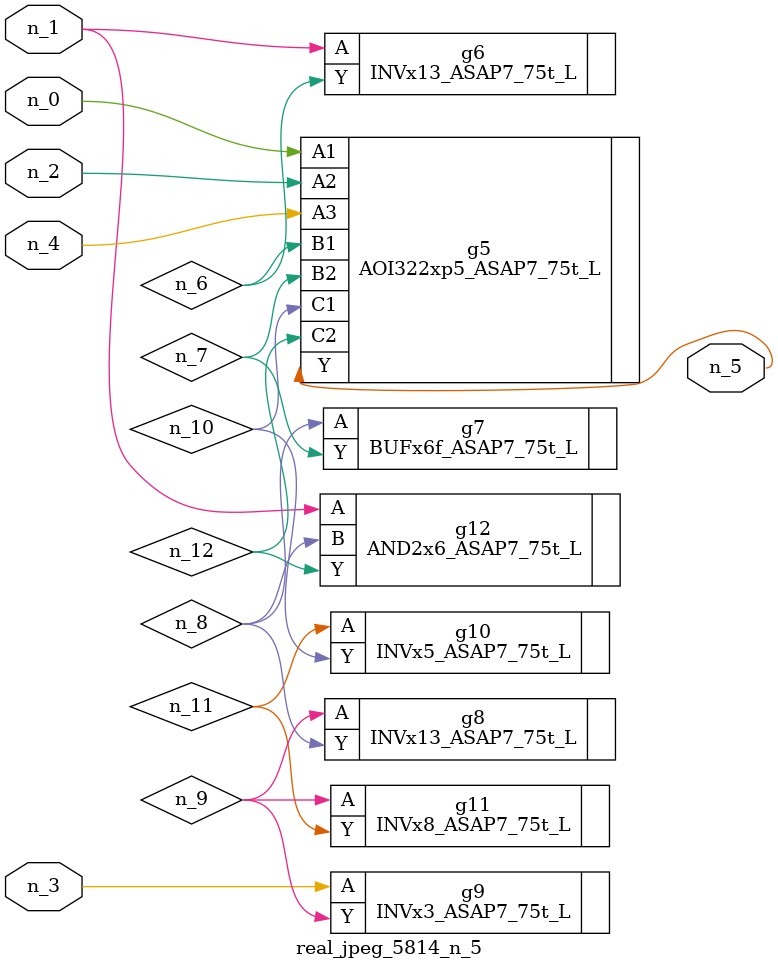
<source format=v>
module real_jpeg_5814_n_5 (n_4, n_0, n_1, n_2, n_3, n_5);

input n_4;
input n_0;
input n_1;
input n_2;
input n_3;

output n_5;

wire n_12;
wire n_8;
wire n_11;
wire n_6;
wire n_7;
wire n_10;
wire n_9;

AOI322xp5_ASAP7_75t_L g5 ( 
.A1(n_0),
.A2(n_2),
.A3(n_4),
.B1(n_6),
.B2(n_7),
.C1(n_10),
.C2(n_12),
.Y(n_5)
);

INVx13_ASAP7_75t_L g6 ( 
.A(n_1),
.Y(n_6)
);

AND2x6_ASAP7_75t_L g12 ( 
.A(n_1),
.B(n_8),
.Y(n_12)
);

INVx3_ASAP7_75t_L g9 ( 
.A(n_3),
.Y(n_9)
);

BUFx6f_ASAP7_75t_L g7 ( 
.A(n_8),
.Y(n_7)
);

INVx13_ASAP7_75t_L g8 ( 
.A(n_9),
.Y(n_8)
);

INVx8_ASAP7_75t_L g11 ( 
.A(n_9),
.Y(n_11)
);

INVx5_ASAP7_75t_L g10 ( 
.A(n_11),
.Y(n_10)
);


endmodule
</source>
